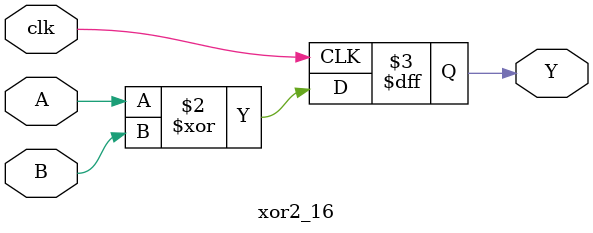
<source format=sv>
module xor2_16 (
    input wire A, B,
    input wire clk,
    output reg Y
);
    always @(posedge clk) begin
        Y <= A ^ B; // 异或门与时钟同步更新输出
    end
endmodule

</source>
